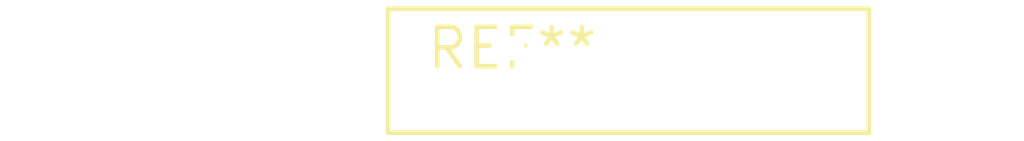
<source format=kicad_pcb>
(kicad_pcb (version 20240108) (generator pcbnew)
  (layers (0 "F.Cu" signal) (31 "B.Cu" signal) (34 "B.Paste" user) (35 "F.Paste" user) (36 "B.SilkS" user "B.Silkscreen") (37 "F.SilkS" user "F.Silkscreen") (38 "B.Mask" user) (39 "F.Mask" user) (44 "Edge.Cuts" user))
  (net 0 "")
  (footprint "RV_Disc_D15.5mm_W4mm_P7.5mm" (layer "F.Cu") (at 0 0)
    (property "Reference" "REF**")
    (property "Value" "RV_Disc_D15.5mm_W4mm_P7.5mm")
    (fp_line (start -4 -1.275) (end -4 2.725) (layer "F.SilkS") (stroke (width 0.15)))
    (fp_line (start -4 -1.275) (end 11.5 -1.275) (layer "F.SilkS") (stroke (width 0.15)))
    (fp_line (start -4 2.725) (end 11.5 2.725) (layer "F.SilkS") (stroke (width 0.15)))
    (fp_line (start 11.5 -1.275) (end 11.5 2.725) (layer "F.SilkS") (stroke (width 0.15)))
    (pad "1" thru_hole circle (at 0 0) (size 1.8 1.8) (drill 0.8) (layers *.Cu *.Mask) (remove_unused_layers))
    (pad "2" thru_hole circle (at 7.5 1.45) (size 1.8 1.8) (drill 0.8) (layers *.Cu *.Mask) (remove_unused_layers))
  )
)
</source>
